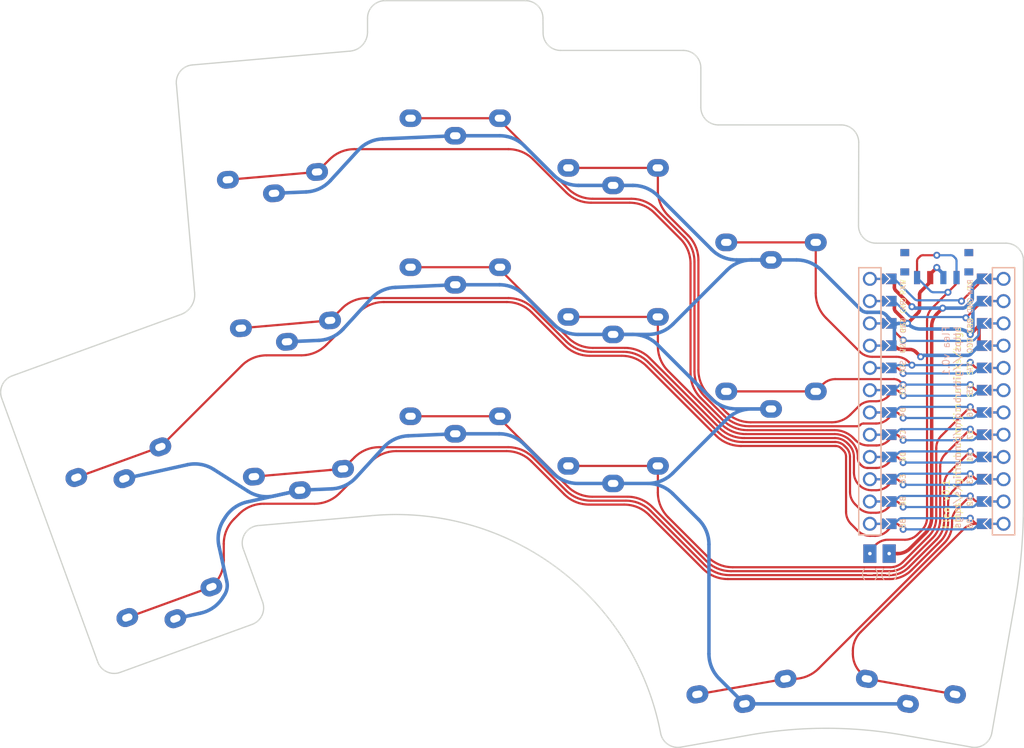
<source format=kicad_pcb>
(kicad_pcb (version 20210925) (generator pcbnew)
  (title_block (title "Flea") (date "2021-10-28") (rev "0.1") (company "jmnw"))
  (layers (0 "F.Cu" signal) (31 "B.Cu" signal) (34 "B.Paste" user) (35 "F.Paste" user) (36 "B.SilkS" user "B.Silkscreen") (37 "F.SilkS" user "F.Silkscreen") (38 "B.Mask" user) (39 "F.Mask" user) (44 "Edge.Cuts" user))
  (net 0 "")
  (net 1 "unconnected-(PSW1-Pad3)")
  (net 2 "switch1")
  (net 3 "switch2")
  (net 4 "switch3")
  (net 5 "switch4")
  (net 6 "switch5")
  (net 7 "switch6")
  (net 8 "switch7")
  (net 9 "switch8")
  (net 10 "switch9")
  (net 11 "switch10")
  (net 12 "switch11")
  (net 13 "switch12")
  (net 14 "switch13")
  (net 15 "switch14")
  (net 16 "switch15")
  (net 17 "unconnected-(U1-Pad22)")
  (net 18 "unconnected-(U1-Pad2)")
  (net 19 "unconnected-(U1-Pad1)")
  (net 20 "GND")
  (net 21 "VCC")
  (net 22 "Net-(BT1-Pad2)")
  (net 23 "raw")
  (net 24 "unconnected-(U1-Pad20)")
  (footprint "bugs:Choc_reversible" (layer "F.Cu") (at 43.227347 95.400626 20)
    (fp_text reference "SW5" hide)
    (fp_text value "SW_PUSH" hide)
  )
  (footprint "bugs:Choc_reversible" (layer "F.Cu") (at 61.791142 62.512256 5)
    (fp_text reference "SW1" hide)
    (fp_text value "SW_PUSH" hide)
  )
  (footprint "bugs:Choc_reversible" (layer "F.Cu") (at 82.967106 55.921249)
    (fp_text reference "SW2" hide)
    (fp_text value "SW_PUSH" hide)
  )
  (footprint "bugs:Choc_reversible" (layer "F.Cu") (at 100.96676 61.58759)
    (fp_text reference "SW3" hide)
    (fp_text value "SW_PUSH" hide)
  )
  (footprint "bugs:Choc_reversible" (layer "F.Cu") (at 118.966764 70.087595)
    (fp_text reference "SW4" hide)
    (fp_text value "SW_PUSH" hide)
  )
  (footprint "bugs:Choc_reversible" (layer "F.Cu") (at 49.041694 111.375396 20)
    (fp_text reference "SW10" hide)
    (fp_text value "SW_PUSH" hide)
  )
  (footprint "bugs:Choc_reversible" (layer "F.Cu") (at 63.272787 79.447574 5)
    (fp_text reference "SW6" hide)
    (fp_text value "SW_PUSH" hide)
  )
  (footprint "bugs:Choc_reversible" (layer "F.Cu") (at 82.967105 72.921243)
    (fp_text reference "SW7" hide)
    (fp_text value "SW_PUSH" hide)
  )
  (footprint "bugs:Choc_reversible" (layer "F.Cu") (at 100.966769 78.587591)
    (fp_text reference "SW8" hide)
    (fp_text value "SW_PUSH" hide)
  )
  (footprint "bugs:Choc_reversible" (layer "F.Cu") (at 118.966768 87.087589)
    (fp_text reference "SW9" hide)
    (fp_text value "SW_PUSH" hide)
  )
  (footprint "bugs:Choc_reversible" (layer "F.Cu") (at 64.754436 96.382878 5)
    (fp_text reference "SW11" hide)
    (fp_text value "SW_PUSH" hide)
  )
  (footprint "bugs:Choc_reversible" (layer "F.Cu") (at 82.9671 89.921255)
    (fp_text reference "SW12" hide)
    (fp_text value "SW_PUSH" hide)
  )
  (footprint "bugs:Choc_reversible" (layer "F.Cu") (at 100.96677 95.587592)
    (fp_text reference "SW13" hide)
    (fp_text value "SW_PUSH" hide)
  )
  (footprint "bugs:Choc_reversible" (layer "F.Cu") (at 114.918689 120.821188 10)
    (fp_text reference "SW14" hide)
    (fp_text value "SW_PUSH" hide)
  )
  (footprint "bugs:Choc_reversible" (layer "F.Cu") (at 135.597122 120.821342 -10)
    (fp_text reference "SW15" hide)
    (fp_text value "SW_PUSH" hide)
  )
  (footprint "bugs:Battery_pads_reversible" (layer "F.Cu") (at 131.338512 109.491136 180)
    (fp_text reference "BT1" hide)
    (fp_text value "Battery_Cell")
  )
  (footprint "bugs:ProMicro_jumpers" (layer "F.Cu") (at 137.85677 92.117593)
    (fp_text reference "U1" hide)
    (fp_text value "ProMicro")
  )
  (footprint "bugs:Power_reversible" (layer "F.Cu") (at 137.865245 76.254403 180)
    (fp_text reference "PSW1" hide)
    (fp_text value "SW_SPDT")
  )
  (footprint "kbd:thread_m2" (layer "B.Cu") (at 60.883629 97.298008 -170)
    (fp_text reference "Ref**" hide)
    (fp_text value "Val**" hide)
  )
  (gr_line (start 147.747178 76.077192) (end 147.749256 103.754181) (layer "Edge.Cuts") (width 0.15))
  (gr_arc (start 90.967358 48.411064) (end 92.967358 48.411063) (angle -90) (layer "Edge.Cuts") (width 0.15))
  (gr_line (start 32.460178 89.20989) (end 51.698026 82.207748) (layer "Edge.Cuts") (width 0.15))
  (gr_arc (start 74.967354 48.411069) (end 74.967353 46.411069) (angle -90) (layer "Edge.Cuts") (width 0.15))
  (gr_line (start 31.264832 91.773313) (end 42.209651 121.843944) (layer "Edge.Cuts") (width 0.15))
  (gr_arc (start 130.941303 72.077188) (end 128.941306 72.07719) (angle -90) (layer "Edge.Cuts") (width 0.15))
  (gr_line (start 110.966787 54.088034) (end 110.967178 58.587188) (layer "Edge.Cuts") (width 0.15))
  (gr_line (start 133.947659 130.176564) (end 141.826123 131.565744) (layer "Edge.Cuts") (width 0.15))
  (gr_line (start 108.689942 131.565986) (end 116.568399 130.176802) (layer "Edge.Cuts") (width 0.15))
  (gr_arc (start 53.167635 55.737651) (end 52.993326 53.745266) (angle -90) (layer "Edge.Cuts") (width 0.15))
  (gr_arc (start 70.784999 49.993054) (end 70.975227 52.16736) (angle -84.99985992) (layer "Edge.Cuts") (width 0.15))
  (gr_arc (start 108.342642 129.596367) (end 106.373027 129.943665) (angle -90) (layer "Edge.Cuts") (width 0.15))
  (gr_arc (start 60.673589 108.274936) (end 60.518025 106.290257) (angle -105.5192513) (layer "Edge.Cuts") (width 0.15))
  (gr_line (start 60.518025 106.290257) (end 73.552042 105.149929) (layer "Edge.Cuts") (width 0.15))
  (gr_arc (start 33.144216 91.089274) (end 32.460178 89.20989) (angle -90) (layer "Edge.Cuts") (width 0.15))
  (gr_line (start 112.967179 60.587188) (end 126.966962 60.58741) (layer "Edge.Cuts") (width 0.15))
  (gr_arc (start 142.173419 129.596128) (end 141.826123 131.565744) (angle -90) (layer "Edge.Cuts") (width 0.15))
  (gr_line (start 144.143032 129.943424) (end 146.748563 115.17185) (layer "Edge.Cuts") (width 0.15))
  (gr_arc (start 125.258705 179.453893) (end 133.947659 130.176564) (angle -20.00164516) (layer "Edge.Cuts") (width 0.15))
  (gr_line (start 130.941304 74.077179) (end 145.747175 74.077192) (layer "Edge.Cuts") (width 0.15))
  (gr_arc (start 126.966958 62.587404) (end 128.966964 62.587405) (angle -90) (layer "Edge.Cuts") (width 0.15))
  (gr_arc (start 44.089034 121.159907) (end 42.209651 121.843944) (angle -90) (layer "Edge.Cuts") (width 0.15))
  (gr_arc (start 112.967177 58.587189) (end 110.967178 58.587188) (angle -90) (layer "Edge.Cuts") (width 0.15))
  (gr_line (start 94.981842 52.08814) (end 108.966789 52.088035) (layer "Edge.Cuts") (width 0.15))
  (gr_arc (start 145.747173 76.077189) (end 147.747178 76.077192) (angle -90) (layer "Edge.Cuts") (width 0.15))
  (gr_arc (start 94.981842 50.088139) (end 92.981845 50.08814) (angle -90) (layer "Edge.Cuts") (width 0.15))
  (gr_line (start 53.253324 79.711739) (end 51.175248 55.911961) (layer "Edge.Cuts") (width 0.15))
  (gr_arc (start 50.882457 79.966988) (end 51.698026 82.207748) (angle -76.14476749) (layer "Edge.Cuts") (width 0.15))
  (gr_arc (start 59.124579 115.687279) (end 59.808617 117.566666) (angle -90) (layer "Edge.Cuts") (width 0.15))
  (gr_line (start 72.96735 48.411067) (end 72.967612 49.993053) (layer "Edge.Cuts") (width 0.15))
  (gr_line (start 74.967353 46.411069) (end 90.967361 46.411066) (layer "Edge.Cuts") (width 0.15))
  (gr_line (start 58.802893 108.955851) (end 61.003968 115.003239) (layer "Edge.Cuts") (width 0.15))
  (gr_line (start 52.993326 53.745266) (end 70.975227 52.16736) (layer "Edge.Cuts") (width 0.15))
  (gr_arc (start 81.880446 103.733849) (end 146.748563 115.17185) (angle -9.982315587) (layer "Edge.Cuts") (width 0.15))
  (gr_arc (start 76.227246 135.729039) (end 106.373027 129.943665) (angle -84.13604418) (layer "Edge.Cuts") (width 0.15))
  (gr_arc (start 108.966787 54.088035) (end 110.966787 54.088034) (angle -90) (layer "Edge.Cuts") (width 0.15))
  (gr_line (start 128.966964 62.587405) (end 128.941306 72.07719) (layer "Edge.Cuts") (width 0.15))
  (gr_line (start 44.773073 123.039293) (end 59.808617 117.566666) (layer "Edge.Cuts") (width 0.15))
  (gr_line (start 92.967358 48.411063) (end 92.981845 50.08814) (layer "Edge.Cuts") (width 0.15))
  (gr_text "Flea v0.1\nhttps://github.com/jimmerricks/bugs" (at 139.565609 83.492438 90) (layer "B.SilkS") (effects (font (size 0.8 0.8) (thickness 0.1)) (justify left mirror)))
  (gr_text "Flea v0.1\nhttps://github.com/jimmerricks/bugs" (at 139.565612 106.712435 90) (layer "F.SilkS") (effects (font (size 0.8 0.8) (thickness 0.1)) (justify left)))
  (segment (start 135.615249 76.131368) (end 135.615247 78.004405) (width 0.25) (layer "F.Cu") (net 1))
  (segment (start 135.938663 75.600849) (end 135.761694 75.777813) (width 0.25) (layer "F.Cu") (net 1))
  (segment (start 137.865244 75.454404) (end 136.292214 75.454401) (width 0.25) (layer "F.Cu") (net 1))
  (via (at 137.865244 75.454404) (size 0.8) (drill 0.4) (layers "F.Cu" "B.Cu") (net 1))
  (arc (start 135.615249 76.131368) (mid 135.653311 75.940026) (end 135.761694 75.777813) (width 0.25) (layer "F.Cu") (net 1))
  (arc (start 136.292214 75.454401) (mid 136.10087 75.492461) (end 135.938663 75.600849) (width 0.25) (layer "F.Cu") (net 1))
  (segment (start 140.115246 76.118538) (end 140.115249 78.004403) (width 0.25) (layer "B.Cu") (net 1))
  (segment (start 139.80467 75.600851) (end 139.968799 75.764985) (width 0.25) (layer "B.Cu") (net 1))
  (segment (start 137.865244 75.454404) (end 139.451116 75.454408) (width 0.25) (layer "B.Cu") (net 1))
  (arc (start 140.115246 76.118538) (mid 140.077192 75.9272) (end 139.968799 75.764985) (width 0.25) (layer "B.Cu") (net 1))
  (arc (start 139.80467 75.600851) (mid 139.642456 75.492467) (end 139.451116 75.454408) (width 0.25) (layer "B.Cu") (net 1))
  (segment (start 133.030769 95.927598) (end 133.188663 95.927595) (width 0.25) (layer "F.Cu") (net 2))
  (segment (start 133.54222 96.074037) (end 134.030761 96.562588) (width 0.25) (layer "F.Cu") (net 2))
  (segment (start 95.622331 68.289206) (end 91.855956 64.522832) (width 0.25) (layer "F.Cu") (net 2))
  (segment (start 102.85705 69.46078) (end 98.450757 69.460779) (width 0.25) (layer "F.Cu") (net 2))
  (segment (start 128.614313 96.565472) (end 128.337819 96.288978) (width 0.25) (layer "F.Cu") (net 2))
  (segment (start 108.619487 73.566364) (end 105.685476 70.632353) (width 0.25) (layer "F.Cu") (net 2))
  (segment (start 113.456131 94.238725) (end 110.962633 91.745226) (width 0.25) (layer "F.Cu") (net 2))
  (segment (start 130.978678 97.151259) (end 130.028527 97.151259) (width 0.25) (layer "F.Cu") (net 2))
  (segment (start 126.216499 95.410299) (end 116.284559 95.410298) (width 0.25) (layer "F.Cu") (net 2))
  (segment (start 68.641733 64.52283) (end 67.211642 65.952922) (width 0.25) (layer "F.Cu") (net 2))
  (segment (start 89.027529 63.351259) (end 71.470161 63.351257) (width 0.25) (layer "F.Cu") (net 2))
  (segment (start 133.030769 95.927595) (end 132.392891 96.565473) (width 0.25) (layer "F.Cu") (net 2))
  (segment (start 109.791061 88.916799) (end 109.79106 76.394791) (width 0.25) (layer "F.Cu") (net 2))
  (segment (start 57.050457 66.841911) (end 67.211643 65.952922) (width 0.25) (layer "F.Cu") (net 2))
  (via (at 134.030761 96.562588) (size 0.8) (drill 0.4) (layers "F.Cu" "B.Cu") (net 2))
  (arc (start 108.619487 73.566364) (mid 109.486578 74.864057) (end 109.79106 76.394791) (width 0.25) (layer "F.Cu") (net 2))
  (arc (start 116.284559 95.410298) (mid 114.753825 95.105816) (end 113.456131 94.238725) (width 0.25) (layer "F.Cu") (net 2))
  (arc (start 71.470161 63.351257) (mid 69.939427 63.655739) (end 68.641733 64.52283) (width 0.25) (layer "F.Cu") (net 2))
  (arc (start 130.978678 97.151259) (mid 131.744045 96.999018) (end 132.392891 96.565473) (width 0.25) (layer "F.Cu") (net 2))
  (arc (start 98.450757 69.460779) (mid 96.920024 69.156297) (end 95.622331 68.289206) (width 0.25) (layer "F.Cu") (net 2))
  (arc (start 133.188663 95.927595) (mid 133.380008 95.965652) (end 133.54222 96.074037) (width 0.25) (layer "F.Cu") (net 2))
  (arc (start 128.337819 96.288978) (mid 127.364549 95.63866) (end 126.216499 95.410299) (width 0.25) (layer "F.Cu") (net 2))
  (arc (start 110.962633 91.745226) (mid 110.095542 90.447533) (end 109.791061 88.916799) (width 0.25) (layer "F.Cu") (net 2))
  (arc (start 102.85705 69.46078) (mid 104.387783 69.765262) (end 105.685476 70.632353) (width 0.25) (layer "F.Cu") (net 2))
  (arc (start 128.614313 96.565472) (mid 129.26316 96.999018) (end 130.028527 97.151259) (width 0.25) (layer "F.Cu") (net 2))
  (arc (start 89.027529 63.351259) (mid 90.558263 63.655741) (end 91.855956 64.522832) (width 0.25) (layer "F.Cu") (net 2))
  (segment (start 142.194217 96.41614) (end 142.682766 95.927591) (width 0.25) (layer "B.Cu") (net 2))
  (segment (start 134.030761 96.562588) (end 141.840655 96.562588) (width 0.25) (layer "B.Cu") (net 2))
  (arc (start 142.194217 96.41614) (mid 142.032009 96.524533) (end 141.840655 96.562588) (width 0.25) (layer "B.Cu") (net 2))
  (segment (start 133.542215 93.534039) (end 134.030766 94.022592) (width 0.25) (layer "F.Cu") (net 3))
  (segment (start 88.213553 60.24471) (end 95.808529 67.839685) (width 0.25) (layer "F.Cu") (net 3))
  (segment (start 105.871675 70.182832) (end 109.069007 73.380165) (width 0.25) (layer "F.Cu") (net 3))
  (segment (start 88.067106 59.82125) (end 88.067106 59.891156) (width 0.25) (layer "F.Cu") (net 3))
  (segment (start 129.509452 94.649759) (end 130.940175 94.64976) (width 0.25) (layer "F.Cu") (net 3))
  (segment (start 129.137775 94.81433) (end 129.155897 94.796208) (width 0.25) (layer "F.Cu") (net 3))
  (segment (start 132.354391 94.063973) (end 133.030771 93.387593) (width 0.25) (layer "F.Cu") (net 3))
  (segment (start 77.867105 59.821249) (end 88.067106 59.82125) (width 0.25) (layer "F.Cu") (net 3))
  (segment (start 110.24058 76.208592) (end 110.240581 88.730602) (width 0.25) (layer "F.Cu") (net 3))
  (segment (start 111.412154 91.559029) (end 113.64233 93.789205) (width 0.25) (layer "F.Cu") (net 3))
  (segment (start 98.636955 69.011258) (end 103.043248 69.011259) (width 0.25) (layer "F.Cu") (net 3))
  (segment (start 133.030766 93.38759) (end 133.188659 93.387591) (width 0.25) (layer "F.Cu") (net 3))
  (segment (start 116.470757 94.960778) (end 128.784219 94.960779) (width 0.25) (layer "F.Cu") (net 3))
  (via (at 134.030766 94.022592) (size 0.8) (drill 0.4) (layers "F.Cu" "B.Cu") (net 3))
  (arc (start 110.24058 76.208592) (mid 109.936098 74.677858) (end 109.069007 73.380165) (width 0.25) (layer "F.Cu") (net 3))
  (arc (start 111.412154 91.559029) (mid 110.545063 90.261336) (end 110.240581 88.730602) (width 0.25) (layer "F.Cu") (net 3))
  (arc (start 129.509452 94.649759) (mid 129.318109 94.68782) (end 129.155897 94.796208) (width 0.25) (layer "F.Cu") (net 3))
  (arc (start 133.188659 93.387591) (mid 133.380004 93.425653) (end 133.542215 93.534039) (width 0.25) (layer "F.Cu") (net 3))
  (arc (start 116.470757 94.960778) (mid 114.940023 94.656296) (end 113.64233 93.789205) (width 0.25) (layer "F.Cu") (net 3))
  (arc (start 132.354391 94.063973) (mid 131.705543 94.497519) (end 130.940175 94.64976) (width 0.25) (layer "F.Cu") (net 3))
  (arc (start 88.067106 59.891156) (mid 88.105166 60.082498) (end 88.213553 60.24471) (width 0.25) (layer "F.Cu") (net 3))
  (arc (start 98.636955 69.011258) (mid 97.106222 68.706776) (end 95.808529 67.839685) (width 0.25) (layer "F.Cu") (net 3))
  (arc (start 128.784219 94.960779) (mid 128.975562 94.922718) (end 129.137775 94.81433) (width 0.25) (layer "F.Cu") (net 3))
  (arc (start 103.043248 69.011259) (mid 104.573982 69.315741) (end 105.871675 70.182832) (width 0.25) (layer "F.Cu") (net 3))
  (segment (start 142.194211 93.876143) (end 142.682766 93.387594) (width 0.25) (layer "B.Cu") (net 3))
  (segment (start 134.030766 94.022592) (end 141.840658 94.022593) (width 0.25) (layer "B.Cu") (net 3))
  (arc (start 141.840658 94.022593) (mid 142.032002 93.984531) (end 142.194211 93.876143) (width 0.25) (layer "B.Cu") (net 3))
  (segment (start 125.897461 94.511258) (end 116.656955 94.511259) (width 0.25) (layer "F.Cu") (net 4))
  (segment (start 133.030768 90.84759) (end 133.188663 90.847591) (width 0.25) (layer "F.Cu") (net 4))
  (segment (start 133.542215 90.99404) (end 134.030765 91.482598) (width 0.25) (layer "F.Cu") (net 4))
  (segment (start 128.954316 92.697045) (end 128.01878 93.63258) (width 0.25) (layer "F.Cu") (net 4))
  (segment (start 109.518529 73.193968) (end 107.238333 70.913772) (width 0.25) (layer "F.Cu") (net 4))
  (segment (start 130.938677 92.111259) (end 130.368529 92.111259) (width 0.25) (layer "F.Cu") (net 4))
  (segment (start 133.03077 90.847593) (end 132.352891 91.525472) (width 0.25) (layer "F.Cu") (net 4))
  (segment (start 110.690101 88.544404) (end 110.690101 76.022395) (width 0.25) (layer "F.Cu") (net 4))
  (segment (start 113.828528 93.339685) (end 111.861674 91.372831) (width 0.25) (layer "F.Cu") (net 4))
  (segment (start 106.066761 68.085347) (end 106.06676 65.48759) (width 0.25) (layer "F.Cu") (net 4))
  (segment (start 95.866761 65.487591) (end 106.066762 65.487593) (width 0.25) (layer "F.Cu") (net 4))
  (via (at 134.030765 91.482598) (size 0.8) (drill 0.4) (layers "F.Cu" "B.Cu") (net 4))
  (arc (start 132.352891 91.525472) (mid 131.704044 91.959018) (end 130.938677 92.111259) (width 0.25) (layer "F.Cu") (net 4))
  (arc (start 125.897461 94.511258) (mid 127.04551 94.282897) (end 128.01878 93.63258) (width 0.25) (layer "F.Cu") (net 4))
  (arc (start 133.188663 90.847591) (mid 133.380002 90.885652) (end 133.542215 90.99404) (width 0.25) (layer "F.Cu") (net 4))
  (arc (start 106.066761 68.085347) (mid 106.371243 69.616079) (end 107.238333 70.913772) (width 0.25) (layer "F.Cu") (net 4))
  (arc (start 111.861674 91.372831) (mid 110.994583 90.075138) (end 110.690101 88.544404) (width 0.25) (layer "F.Cu") (net 4))
  (arc (start 116.656955 94.511259) (mid 115.126221 94.206777) (end 113.828528 93.339685) (width 0.25) (layer "F.Cu") (net 4))
  (arc (start 109.518529 73.193968) (mid 110.38562 74.491661) (end 110.690101 76.022395) (width 0.25) (layer "F.Cu") (net 4))
  (arc (start 130.368529 92.111259) (mid 129.603162 92.2635) (end 128.954316 92.697045) (width 0.25) (layer "F.Cu") (net 4))
  (segment (start 134.030765 91.482598) (end 141.840658 91.482592) (width 0.25) (layer "B.Cu") (net 4))
  (segment (start 142.194213 91.336147) (end 142.682767 90.84759) (width 0.25) (layer "B.Cu") (net 4))
  (arc (start 141.840658 91.482592) (mid 142.031999 91.444532) (end 142.194213 91.336147) (width 0.25) (layer "B.Cu") (net 4))
  (segment (start 134.664057 87.62338) (end 135.03077 87.990093) (width 0.25) (layer "F.Cu") (net 5))
  (segment (start 124.066761 79.781145) (end 124.066761 73.987593) (width 0.25) (layer "F.Cu") (net 5))
  (segment (start 129.080571 86.451807) (end 125.238335 82.609573) (width 0.25) (layer "F.Cu") (net 5))
  (segment (start 142.171316 88.161144) (end 141.68277 87.672595) (width 0.25) (layer "F.Cu") (net 5))
  (segment (start 142.682766 88.307595) (end 142.524873 88.307592) (width 0.25) (layer "F.Cu") (net 5))
  (segment (start 113.866765 73.987591) (end 124.066764 73.987593) (width 0.25) (layer "F.Cu") (net 5))
  (segment (start 130.494784 87.037593) (end 133.249843 87.037593) (width 0.25) (layer "F.Cu") (net 5))
  (via (at 135.03077 87.990093) (size 0.8) (drill 0.4) (layers "F.Cu" "B.Cu") (net 5))
  (via (at 141.68277 87.672595) (size 0.8) (drill 0.4) (layers "F.Cu" "B.Cu") (net 5))
  (arc (start 134.664057 87.62338) (mid 134.01521 87.189834) (end 133.249843 87.037593) (width 0.25) (layer "F.Cu") (net 5))
  (arc (start 124.066761 79.781145) (mid 124.371243 81.311879) (end 125.238335 82.609573) (width 0.25) (layer "F.Cu") (net 5))
  (arc (start 129.080571 86.451807) (mid 129.729417 86.885352) (end 130.494784 87.037593) (width 0.25) (layer "F.Cu") (net 5))
  (arc (start 142.524873 88.307592) (mid 142.333528 88.26953) (end 142.171316 88.161144) (width 0.25) (layer "F.Cu") (net 5))
  (segment (start 133.201821 88.136543) (end 133.030766 88.307593) (width 0.25) (layer "B.Cu") (net 5))
  (segment (start 141.158163 87.990095) (end 135.03077 87.990091) (width 0.25) (layer "B.Cu") (net 5))
  (segment (start 141.68277 87.672595) (end 141.511716 87.843646) (width 0.25) (layer "B.Cu") (net 5))
  (segment (start 135.03077 87.990091) (end 133.555372 87.990093) (width 0.25) (layer "B.Cu") (net 5))
  (arc (start 141.511716 87.843646) (mid 141.349501 87.952036) (end 141.158163 87.990095) (width 0.25) (layer "B.Cu") (net 5))
  (arc (start 133.555372 87.990093) (mid 133.364034 88.028152) (end 133.201821 88.136543) (width 0.25) (layer "B.Cu") (net 5))
  (segment (start 91.669756 81.962351) (end 95.456133 85.748726) (width 0.25) (layer "F.Cu") (net 6))
  (segment (start 133.542216 106.234035) (end 134.030763 106.722592) (width 0.25) (layer "F.Cu") (net 6))
  (segment (start 68.251675 85.699685) (end 71.989007 81.962352) (width 0.25) (layer "F.Cu") (net 6))
  (segment (start 133.030762 106.087587) (end 133.188661 106.087594) (width 0.25) (layer "F.Cu") (net 6))
  (segment (start 104.766407 88.091871) (end 112.711342 96.036804) (width 0.25) (layer "F.Cu") (net 6))
  (segment (start 130.264705 107.457436) (end 130.832499 107.457436) (width 0.25) (layer "F.Cu") (net 6))
  (segment (start 132.246714 106.871649) (end 133.030769 106.087594) (width 0.25) (layer "F.Cu") (net 6))
  (segment (start 127.521541 98.429785) (end 127.521542 104.714272) (width 0.25) (layer "F.Cu") (net 6))
  (segment (start 39.768792 100.80973) (end 49.353657 97.321124) (width 0.25) (layer "F.Cu") (net 6))
  (segment (start 98.284557 86.920298) (end 101.937981 86.920299) (width 0.25) (layer "F.Cu") (net 6))
  (segment (start 128.107329 106.128486) (end 128.850493 106.87165) (width 0.25) (layer "F.Cu") (net 6))
  (segment (start 127.007239 97.50127) (end 127.228647 97.722677) (width 0.25) (layer "F.Cu") (net 6))
  (segment (start 115.539769 97.208377) (end 126.300134 97.208378) (width 0.25) (layer "F.Cu") (net 6))
  (segment (start 61.460378 86.871258) (end 65.423247 86.871259) (width 0.25) (layer "F.Cu") (net 6))
  (segment (start 74.817435 80.790779) (end 88.84133 80.790779) (width 0.25) (layer "F.Cu") (net 6))
  (segment (start 49.353657 97.321123) (end 58.63195 88.042831) (width 0.25) (layer "F.Cu") (net 6))
  (via (at 134.030763 106.722592) (size 0.8) (drill 0.4) (layers "F.Cu" "B.Cu") (net 6))
  (arc (start 58.63195 88.042831) (mid 59.929644 87.17574) (end 61.460378 86.871258) (width 0.25) (layer "F.Cu") (net 6))
  (arc (start 74.817435 80.790779) (mid 73.286701 81.095261) (end 71.989007 81.962352) (width 0.25) (layer "F.Cu") (net 6))
  (arc (start 130.832499 107.457436) (mid 131.597867 107.305195) (end 132.246714 106.871649) (width 0.25) (layer "F.Cu") (net 6))
  (arc (start 88.84133 80.790779) (mid 90.372063 81.095261) (end 91.669756 81.962351) (width 0.25) (layer "F.Cu") (net 6))
  (arc (start 128.107329 106.128486) (mid 127.673783 105.479639) (end 127.521542 104.714272) (width 0.25) (layer "F.Cu") (net 6))
  (arc (start 95.456133 85.748726) (mid 96.753825 86.615816) (end 98.284557 86.920298) (width 0.25) (layer "F.Cu") (net 6))
  (arc (start 112.711342 96.036804) (mid 114.009035 96.903895) (end 115.539769 97.208377) (width 0.25) (layer "F.Cu") (net 6))
  (arc (start 104.766407 88.091871) (mid 103.468714 87.22478) (end 101.937981 86.920299) (width 0.25) (layer "F.Cu") (net 6))
  (arc (start 127.521541 98.429785) (mid 127.44542 98.047101) (end 127.228647 97.722677) (width 0.25) (layer "F.Cu") (net 6))
  (arc (start 68.251675 85.699685) (mid 66.953981 86.566776) (end 65.423247 86.871259) (width 0.25) (layer "F.Cu") (net 6))
  (arc (start 126.300134 97.208378) (mid 126.682816 97.284498) (end 127.007239 97.50127) (width 0.25) (layer "F.Cu") (net 6))
  (arc (start 128.850493 106.87165) (mid 129.499339 107.305195) (end 130.264705 107.457436) (width 0.25) (layer "F.Cu") (net 6))
  (arc (start 133.542216 106.234035) (mid 133.380004 106.125652) (end 133.188661 106.087594) (width 0.25) (layer "F.Cu") (net 6))
  (segment (start 134.030763 106.722592) (end 141.84066 106.722596) (width 0.25) (layer "B.Cu") (net 6))
  (segment (start 142.194209 106.576145) (end 142.682762 106.087588) (width 0.25) (layer "B.Cu") (net 6))
  (arc (start 141.84066 106.722596) (mid 142.032001 106.684532) (end 142.194209 106.576145) (width 0.25) (layer "B.Cu") (net 6))
  (segment (start 127.531722 97.390032) (end 127.339888 97.198198) (width 0.25) (layer "F.Cu") (net 7))
  (segment (start 133.030771 103.547593) (end 132.332892 104.245473) (width 0.25) (layer "F.Cu") (net 7))
  (segment (start 95.64233 85.299206) (end 91.855955 81.512832) (width 0.25) (layer "F.Cu") (net 7))
  (segment (start 126.279228 96.758858) (end 115.725966 96.758858) (width 0.25) (layer "F.Cu") (net 7))
  (segment (start 89.027528 80.34126) (end 72.897119 80.341259) (width 0.25) (layer "F.Cu") (net 7))
  (segment (start 128.944315 104.245473) (end 128.556847 103.858005) (width 0.25) (layer "F.Cu") (net 7))
  (segment (start 70.068693 81.51283) (end 68.693284 82.888238) (width 0.25) (layer "F.Cu") (net 7))
  (segment (start 102.124179 86.470779) (end 98.470756 86.470778) (width 0.25) (layer "F.Cu") (net 7))
  (segment (start 112.897539 95.587285) (end 104.952605 87.642352) (width 0.25) (layer "F.Cu") (net 7))
  (segment (start 130.918679 104.83126) (end 130.35853 104.83126) (width 0.25) (layer "F.Cu") (net 7))
  (segment (start 127.971062 102.443792) (end 127.971062 98.450692) (width 0.25) (layer "F.Cu") (net 7))
  (segment (start 133.030765 103.547592) (end 133.188657 103.547589) (width 0.25) (layer "F.Cu") (net 7))
  (segment (start 58.5321 83.777227) (end 68.693286 82.888239) (width 0.25) (layer "F.Cu") (net 7))
  (segment (start 133.542211 103.694038) (end 134.030765 104.182594) (width 0.25) (layer "F.Cu") (net 7))
  (via (at 134.030765 104.182594) (size 0.8) (drill 0.4) (layers "F.Cu" "B.Cu") (net 7))
  (arc (start 133.188657 103.547589) (mid 133.380002 103.585648) (end 133.542211 103.694038) (width 0.25) (layer "F.Cu") (net 7))
  (arc (start 89.027528 80.34126) (mid 90.558261 80.645742) (end 91.855955 81.512832) (width 0.25) (layer "F.Cu") (net 7))
  (arc (start 127.339888 97.198198) (mid 126.853253 96.873039) (end 126.279228 96.758858) (width 0.25) (layer "F.Cu") (net 7))
  (arc (start 128.944315 104.245473) (mid 129.593162 104.679019) (end 130.35853 104.83126) (width 0.25) (layer "F.Cu") (net 7))
  (arc (start 98.470756 86.470778) (mid 96.940023 86.166296) (end 95.64233 85.299206) (width 0.25) (layer "F.Cu") (net 7))
  (arc (start 115.725966 96.758858) (mid 114.195232 96.454376) (end 112.897539 95.587285) (width 0.25) (layer "F.Cu") (net 7))
  (arc (start 127.531722 97.390032) (mid 127.856881 97.876667) (end 127.971062 98.450692) (width 0.25) (layer "F.Cu") (net 7))
  (arc (start 128.556847 103.858005) (mid 128.123302 103.209158) (end 127.971062 102.443792) (width 0.25) (layer "F.Cu") (net 7))
  (arc (start 72.897119 80.341259) (mid 71.366386 80.64574) (end 70.068693 81.51283) (width 0.25) (layer "F.Cu") (net 7))
  (arc (start 132.332892 104.245473) (mid 131.684046 104.679019) (end 130.918679 104.83126) (width 0.25) (layer "F.Cu") (net 7))
  (arc (start 102.124179 86.470779) (mid 103.654912 86.775261) (end 104.952605 87.642352) (width 0.25) (layer "F.Cu") (net 7))
  (segment (start 134.030765 104.182594) (end 141.840659 104.182596) (width 0.25) (layer "B.Cu") (net 7))
  (segment (start 142.194217 104.036145) (end 142.682767 103.54759) (width 0.25) (layer "B.Cu") (net 7))
  (arc (start 141.840659 104.182596) (mid 142.032003 104.144536) (end 142.194217 104.036145) (width 0.25) (layer "B.Cu") (net 7))
  (segment (start 113.083739 95.137766) (end 105.138805 87.192832) (width 0.25) (layer "F.Cu") (net 8))
  (segment (start 130.948678 102.261258) (end 130.438527 102.261258) (width 0.25) (layer "F.Cu") (net 8))
  (segment (start 102.310378 86.021259) (end 98.656956 86.021259) (width 0.25) (layer "F.Cu") (net 8))
  (segment (start 127.834795 97.05739) (end 127.672532 96.895126) (width 0.25) (layer "F.Cu") (net 8))
  (segment (start 88.067104 76.881154) (end 88.067104 76.821244) (width 0.25) (layer "F.Cu") (net 8))
  (segment (start 133.030763 101.007589) (end 133.188661 101.007589) (width 0.25) (layer "F.Cu") (net 8))
  (segment (start 133.54221 101.154037) (end 134.030767 101.642589) (width 0.25) (layer "F.Cu") (net 8))
  (segment (start 129.024311 101.67547) (end 129.006366 101.657525) (width 0.25) (layer "F.Cu") (net 8))
  (segment (start 95.828529 84.849686) (end 88.21355 77.234707) (width 0.25) (layer "F.Cu") (net 8))
  (segment (start 133.03077 101.007594) (end 132.36289 101.675473) (width 0.25) (layer "F.Cu") (net 8))
  (segment (start 77.867104 76.821245) (end 88.067104 76.821244) (width 0.25) (layer "F.Cu") (net 8))
  (segment (start 126.258317 96.309339) (end 115.912166 96.309339) (width 0.25) (layer "F.Cu") (net 8))
  (segment (start 128.420581 100.243313) (end 128.420581 98.471603) (width 0.25) (layer "F.Cu") (net 8))
  (via (at 134.030767 101.642589) (size 0.8) (drill 0.4) (layers "F.Cu" "B.Cu") (net 8))
  (arc (start 98.656956 86.021259) (mid 97.126222 85.716777) (end 95.828529 84.849686) (width 0.25) (layer "F.Cu") (net 8))
  (arc (start 128.420581 100.243313) (mid 128.572822 101.008679) (end 129.006366 101.657525) (width 0.25) (layer "F.Cu") (net 8))
  (arc (start 127.834795 97.05739) (mid 128.26834 97.706236) (end 128.420581 98.471603) (width 0.25) (layer "F.Cu") (net 8))
  (arc (start 130.438527 102.261258) (mid 129.673159 102.109017) (end 129.024311 101.67547) (width 0.25) (layer "F.Cu") (net 8))
  (arc (start 113.083739 95.137766) (mid 114.381432 96.004857) (end 115.912166 96.309339) (width 0.25) (layer "F.Cu") (net 8))
  (arc (start 88.21355 77.234707) (mid 88.105164 77.072495) (end 88.067104 76.881154) (width 0.25) (layer "F.Cu") (net 8))
  (arc (start 132.36289 101.675473) (mid 131.714044 102.109018) (end 130.948678 102.261258) (width 0.25) (layer "F.Cu") (net 8))
  (arc (start 127.672532 96.895126) (mid 127.023685 96.46158) (end 126.258317 96.309339) (width 0.25) (layer "F.Cu") (net 8))
  (arc (start 133.188661 101.007589) (mid 133.380002 101.04565) (end 133.54221 101.154037) (width 0.25) (layer "F.Cu") (net 8))
  (arc (start 102.310378 86.021259) (mid 103.841112 86.325741) (end 105.138805 87.192832) (width 0.25) (layer "F.Cu") (net 8))
  (segment (start 134.030767 101.642589) (end 141.84066 101.642592) (width 0.25) (layer "B.Cu") (net 8))
  (segment (start 142.194212 101.496147) (end 142.682767 101.007591) (width 0.25) (layer "B.Cu") (net 8))
  (arc (start 141.84066 101.642592) (mid 142.032001 101.604532) (end 142.194212 101.496147) (width 0.25) (layer "B.Cu") (net 8))
  (segment (start 128.005175 96.592051) (end 128.137866 96.724742) (width 0.25) (layer "F.Cu") (net 9))
  (segment (start 95.866772 82.487591) (end 106.066771 82.48759) (width 0.25) (layer "F.Cu") (net 9))
  (segment (start 116.098363 95.85982) (end 126.237409 95.859819) (width 0.25) (layer "F.Cu") (net 9))
  (segment (start 107.238343 88.656653) (end 113.269936 94.688247) (width 0.25) (layer "F.Cu") (net 9))
  (segment (start 128.8701 98.492512) (end 128.8701 98.617045) (width 0.25) (layer "F.Cu") (net 9))
  (segment (start 106.06677 82.487589) (end 106.06677 85.828226) (width 0.25) (layer "F.Cu") (net 9))
  (segment (start 129.974315 99.72126) (end 130.948678 99.721259) (width 0.25) (layer "F.Cu") (net 9))
  (segment (start 133.542215 98.614038) (end 134.030763 99.102592) (width 0.25) (layer "F.Cu") (net 9))
  (segment (start 129.162993 99.324152) (end 129.267207 99.428366) (width 0.25) (layer "F.Cu") (net 9))
  (segment (start 133.030767 98.467593) (end 133.188658 98.467597) (width 0.25) (layer "F.Cu") (net 9))
  (segment (start 132.36289 99.135472) (end 133.030769 98.467593) (width 0.25) (layer "F.Cu") (net 9))
  (via (at 134.030763 99.102592) (size 0.8) (drill 0.4) (layers "F.Cu" "B.Cu") (net 9))
  (arc (start 133.188658 98.467597) (mid 133.38 98.505654) (end 133.542215 98.614038) (width 0.25) (layer "F.Cu") (net 9))
  (arc (start 126.237409 95.859819) (mid 127.194117 96.05012) (end 128.005175 96.592051) (width 0.25) (layer "F.Cu") (net 9))
  (arc (start 129.974315 99.72126) (mid 129.591631 99.64514) (end 129.267207 99.428366) (width 0.25) (layer "F.Cu") (net 9))
  (arc (start 107.238343 88.656653) (mid 106.371252 87.35896) (end 106.06677 85.828226) (width 0.25) (layer "F.Cu") (net 9))
  (arc (start 132.36289 99.135472) (mid 131.714044 99.569017) (end 130.948678 99.721259) (width 0.25) (layer "F.Cu") (net 9))
  (arc (start 128.8701 98.492512) (mid 128.679799 97.535802) (end 128.137866 96.724742) (width 0.25) (layer "F.Cu") (net 9))
  (arc (start 116.098363 95.85982) (mid 114.567629 95.555338) (end 113.269936 94.688247) (width 0.25) (layer "F.Cu") (net 9))
  (arc (start 129.162993 99.324152) (mid 128.94622 98.999729) (end 128.8701 98.617045) (width 0.25) (layer "F.Cu") (net 9))
  (segment (start 142.194213 98.956148) (end 142.682764 98.467591) (width 0.25) (layer "B.Cu") (net 9))
  (segment (start 134.030763 99.102592) (end 141.840664 99.102594) (width 0.25) (layer "B.Cu") (net 9))
  (arc (start 142.194213 98.956148) (mid 142.032002 99.064529) (end 141.840664 99.102594) (width 0.25) (layer "B.Cu") (net 9))
  (segment (start 124.066768 90.98759) (end 124.881579 90.172781) (width 0.25) (layer "F.Cu") (net 10))
  (segment (start 142.171319 90.701142) (end 141.682769 90.212587) (width 0.25) (layer "F.Cu") (net 10))
  (segment (start 133.698068 89.879892) (end 134.03077 90.212596) (width 0.25) (layer "F.Cu") (net 10))
  (segment (start 126.295791 89.586996) (end 132.990959 89.586996) (width 0.25) (layer "F.Cu") (net 10))
  (segment (start 142.682767 90.84759) (end 142.524872 90.847592) (width 0.25) (layer "F.Cu") (net 10))
  (segment (start 113.866769 90.98759) (end 124.066768 90.987588) (width 0.25) (layer "F.Cu") (net 10))
  (via (at 141.682769 90.212587) (size 0.8) (drill 0.4) (layers "F.Cu" "B.Cu") (net 10))
  (via (at 134.03077 90.212596) (size 0.8) (drill 0.4) (layers "F.Cu" "B.Cu") (net 10))
  (arc (start 142.524872 90.847592) (mid 142.333531 90.809532) (end 142.171319 90.701142) (width 0.25) (layer "F.Cu") (net 10))
  (arc (start 124.881579 90.172781) (mid 125.530425 89.739237) (end 126.295791 89.586996) (width 0.25) (layer "F.Cu") (net 10))
  (arc (start 133.698068 89.879892) (mid 133.373644 89.663118) (end 132.990959 89.586996) (width 0.25) (layer "F.Cu") (net 10))
  (segment (start 141.682769 90.212587) (end 134.030165 90.21259) (width 0.25) (layer "B.Cu") (net 10))
  (segment (start 133.519326 90.359038) (end 133.030765 90.847595) (width 0.25) (layer "B.Cu") (net 10))
  (segment (start 134.030165 90.21259) (end 133.872879 90.212586) (width 0.25) (layer "B.Cu") (net 10))
  (arc (start 133.519326 90.359038) (mid 133.681535 90.250653) (end 133.872879 90.212586) (width 0.25) (layer "B.Cu") (net 10))
  (segment (start 141.682767 100.372591) (end 139.738667 102.316691) (width 0.25) (layer "F.Cu") (net 11))
  (segment (start 66.923249 103.801258) (end 61.155596 103.801258) (width 0.25) (layer "F.Cu") (net 11))
  (segment (start 111.211388 111.223981) (end 105.059278 105.071871) (width 0.25) (layer "F.Cu") (net 11))
  (segment (start 55.40853 113.055369) (end 55.168005 113.295894) (width 0.25) (layer "F.Cu") (net 11))
  (segment (start 45.58314 116.7845) (end 55.168005 113.295894) (width 0.25) (layer "F.Cu") (net 11))
  (segment (start 132.514601 112.395557) (end 114.039817 112.395557) (width 0.25) (layer "F.Cu") (net 11))
  (segment (start 139.152881 103.730903) (end 139.15288 105.964385) (width 0.25) (layer "F.Cu") (net 11))
  (segment (start 88.821332 97.800778) (end 76.237436 97.800779) (width 0.25) (layer "F.Cu") (net 11))
  (segment (start 73.409009 98.972352) (end 69.751675 102.629685) (width 0.25) (layer "F.Cu") (net 11))
  (segment (start 142.171324 100.861149) (end 141.682767 100.372591) (width 0.25) (layer "F.Cu") (net 11))
  (segment (start 114.039817 112.395557) (end 114.039814 112.395554) (width 0.25) (layer "F.Cu") (net 11))
  (segment (start 95.406134 102.728726) (end 91.649759 98.972351) (width 0.25) (layer "F.Cu") (net 11))
  (segment (start 56.5801 108.376755) (end 56.580101 110.226943) (width 0.25) (layer "F.Cu") (net 11))
  (segment (start 138.274201 108.085704) (end 134.989475 111.370431) (width 0.25) (layer "F.Cu") (net 11))
  (segment (start 142.682767 101.007591) (end 142.524872 101.007595) (width 0.25) (layer "F.Cu") (net 11))
  (segment (start 58.327169 104.972831) (end 57.751673 105.548327) (width 0.25) (layer "F.Cu") (net 11))
  (segment (start 102.230852 103.900299) (end 98.234561 103.900299) (width 0.25) (layer "F.Cu") (net 11))
  (via (at 141.682767 100.372591) (size 0.8) (drill 0.4) (layers "F.Cu" "B.Cu") (net 11))
  (arc (start 134.989475 111.370431) (mid 133.853993 112.129136) (end 132.514601 112.395557) (width 0.25) (layer "F.Cu") (net 11))
  (arc (start 114.039814 112.395554) (mid 112.509081 112.091072) (end 111.211388 111.223981) (width 0.25) (layer "F.Cu") (net 11))
  (arc (start 69.751675 102.629685) (mid 68.453982 103.496776) (end 66.923249 103.801258) (width 0.25) (layer "F.Cu") (net 11))
  (arc (start 91.649759 98.972351) (mid 90.352066 98.10526) (end 88.821332 97.800778) (width 0.25) (layer "F.Cu") (net 11))
  (arc (start 56.580101 110.226943) (mid 56.27562 111.757676) (end 55.40853 113.055369) (width 0.25) (layer "F.Cu") (net 11))
  (arc (start 61.155596 103.801258) (mid 59.624862 104.10574) (end 58.327169 104.972831) (width 0.25) (layer "F.Cu") (net 11))
  (arc (start 139.152881 103.730903) (mid 139.305122 102.965537) (end 139.738667 102.316691) (width 0.25) (layer "F.Cu") (net 11))
  (arc (start 105.059278 105.071871) (mid 103.761585 104.20478) (end 102.230852 103.900299) (width 0.25) (layer "F.Cu") (net 11))
  (arc (start 142.524872 101.007595) (mid 142.333533 100.969535) (end 142.171324 100.861149) (width 0.25) (layer "F.Cu") (net 11))
  (arc (start 76.237436 97.800779) (mid 74.706702 98.105261) (end 73.409009 98.972352) (width 0.25) (layer "F.Cu") (net 11))
  (arc (start 57.751673 105.548327) (mid 56.884582 106.846021) (end 56.5801 108.376755) (width 0.25) (layer "F.Cu") (net 11))
  (arc (start 98.234561 103.900299) (mid 96.703827 103.595817) (end 95.406134 102.728726) (width 0.25) (layer "F.Cu") (net 11))
  (arc (start 139.15288 105.964385) (mid 138.924519 107.112434) (end 138.274201 108.085704) (width 0.25) (layer "F.Cu") (net 11))
  (segment (start 133.519319 100.519037) (end 133.030763 101.007589) (width 0.25) (layer "B.Cu") (net 11))
  (segment (start 141.682767 100.372591) (end 133.872872 100.372592) (width 0.25) (layer "B.Cu") (net 11))
  (arc (start 133.519319 100.519037) (mid 133.681529 100.410652) (end 133.872872 100.372592) (width 0.25) (layer "B.Cu") (net 11))
  (segment (start 105.245475 104.622351) (end 111.397585 110.774462) (width 0.25) (layer "F.Cu") (net 12))
  (segment (start 98.420761 103.450779) (end 102.417047 103.450778) (width 0.25) (layer "F.Cu") (net 12))
  (segment (start 142.17132 98.321143) (end 141.682764 97.832591) (width 0.25) (layer "F.Cu") (net 12))
  (segment (start 71.204398 98.79408) (end 71.475647 98.522831) (width 0.25) (layer "F.Cu") (net 12))
  (segment (start 138.703361 105.778189) (end 138.703363 101.64042) (width 0.25) (layer "F.Cu") (net 12))
  (segment (start 139.289149 100.226208) (end 141.682764 97.832591) (width 0.25) (layer "F.Cu") (net 12))
  (segment (start 114.226012 111.946035) (end 132.535516 111.946033) (width 0.25) (layer "F.Cu") (net 12))
  (segment (start 74.304073 97.351259) (end 89.007529 97.351259) (width 0.25) (layer "F.Cu") (net 12))
  (segment (start 60.01375 100.712531) (end 68.724595 99.95043) (width 0.25) (layer "F.Cu") (net 12))
  (segment (start 91.835956 98.522831) (end 95.592333 102.279207) (width 0.25) (layer "F.Cu") (net 12))
  (segment (start 134.656837 111.067353) (end 137.824682 107.899508) (width 0.25) (layer "F.Cu") (net 12))
  (segment (start 142.682764 98.467591) (end 142.52487 98.467593) (width 0.25) (layer "F.Cu") (net 12))
  (via (at 141.682764 97.832591) (size 0.8) (drill 0.4) (layers "F.Cu" "B.Cu") (net 12))
  (arc (start 105.245475 104.622351) (mid 103.947781 103.75526) (end 102.417047 103.450778) (width 0.25) (layer "F.Cu") (net 12))
  (arc (start 71.204398 98.79408) (mid 70.066444 99.590883) (end 68.724595 99.95043) (width 0.25) (layer "F.Cu") (net 12))
  (arc (start 74.304073 97.351259) (mid 72.77334 97.655741) (end 71.475647 98.522831) (width 0.25) (layer "F.Cu") (net 12))
  (arc (start 91.835956 98.522831) (mid 90.538263 97.65574) (end 89.007529 97.351259) (width 0.25) (layer "F.Cu") (net 12))
  (arc (start 114.226012 111.946035) (mid 112.695278 111.641553) (end 111.397585 110.774462) (width 0.25) (layer "F.Cu") (net 12))
  (arc (start 142.52487 98.467593) (mid 142.333532 98.42953) (end 142.17132 98.321143) (width 0.25) (layer "F.Cu") (net 12))
  (arc (start 132.535516 111.946033) (mid 133.683567 111.717671) (end 134.656837 111.067353) (width 0.25) (layer "F.Cu") (net 12))
  (arc (start 137.824682 107.899508) (mid 138.475 106.926239) (end 138.703361 105.778189) (width 0.25) (layer "F.Cu") (net 12))
  (arc (start 95.592333 102.279207) (mid 96.890027 103.146298) (end 98.420761 103.450779) (width 0.25) (layer "F.Cu") (net 12))
  (arc (start 139.289149 100.226208) (mid 138.855604 100.875054) (end 138.703363 101.64042) (width 0.25) (layer "F.Cu") (net 12))
  (segment (start 133.519322 97.979041) (end 133.030767 98.467593) (width 0.25) (layer "B.Cu") (net 12))
  (segment (start 141.682764 97.832591) (end 133.872875 97.832592) (width 0.25) (layer "B.Cu") (net 12))
  (arc (start 133.519322 97.979041) (mid 133.681535 97.870652) (end 133.872875 97.832592) (width 0.25) (layer "B.Cu") (net 12))
  (segment (start 105.431676 104.172831) (end 111.583784 110.324942) (width 0.25) (layer "F.Cu") (net 13))
  (segment (start 134.32419 110.764284) (end 137.375162 107.713313) (width 0.25) (layer "F.Cu") (net 13))
  (segment (start 138.839628 98.135738) (end 141.682772 95.292593) (width 0.25) (layer "F.Cu") (net 13))
  (segment (start 142.682766 95.927591) (end 142.524873 95.927592) (width 0.25) (layer "F.Cu") (net 13))
  (segment (start 114.412212 111.496515) (end 132.556423 111.496517) (width 0.25) (layer "F.Cu") (net 13))
  (segment (start 142.171324 95.781149) (end 141.682772 95.292593) (width 0.25) (layer "F.Cu") (net 13))
  (segment (start 88.0671 93.821256) (end 88.067099 93.911148) (width 0.25) (layer "F.Cu") (net 13))
  (segment (start 88.213546 94.264704) (end 95.778527 101.829686) (width 0.25) (layer "F.Cu") (net 13))
  (segment (start 77.867099 93.821256) (end 88.0671 93.821256) (width 0.25) (layer "F.Cu") (net 13))
  (segment (start 98.606955 103.001259) (end 102.603247 103.001258) (width 0.25) (layer "F.Cu") (net 13))
  (segment (start 138.253842 105.591992) (end 138.253842 99.549951) (width 0.25) (layer "F.Cu") (net 13))
  (via (at 141.682772 95.292593) (size 0.8) (drill 0.4) (layers "F.Cu" "B.Cu") (net 13))
  (arc (start 132.556423 111.496517) (mid 133.513132 111.306216) (end 134.32419 110.764284) (width 0.25) (layer "F.Cu") (net 13))
  (arc (start 138.839628 98.135738) (mid 138.406083 98.784584) (end 138.253842 99.549951) (width 0.25) (layer "F.Cu") (net 13))
  (arc (start 138.253842 105.591992) (mid 138.02548 106.740043) (end 137.375162 107.713313) (width 0.25) (layer "F.Cu") (net 13))
  (arc (start 142.524873 95.927592) (mid 142.333534 95.889529) (end 142.171324 95.781149) (width 0.25) (layer "F.Cu") (net 13))
  (arc (start 114.412212 111.496515) (mid 112.881478 111.192033) (end 111.583784 110.324942) (width 0.25) (layer "F.Cu") (net 13))
  (arc (start 88.213546 94.264704) (mid 88.105159 94.102491) (end 88.067099 93.911148) (width 0.25) (layer "F.Cu") (net 13))
  (arc (start 102.603247 103.001258) (mid 104.133982 103.30574) (end 105.431676 104.172831) (width 0.25) (layer "F.Cu") (net 13))
  (arc (start 95.778527 101.829686) (mid 97.076221 102.696777) (end 98.606955 103.001259) (width 0.25) (layer "F.Cu") (net 13))
  (segment (start 133.519323 95.439038) (end 133.030763 95.927597) (width 0.25) (layer "B.Cu") (net 13))
  (segment (start 141.682772 95.292593) (end 133.872872 95.292595) (width 0.25) (layer "B.Cu") (net 13))
  (arc (start 133.519323 95.439038) (mid 133.68153 95.330655) (end 133.872872 95.292595) (width 0.25) (layer "B.Cu") (net 13))
  (segment (start 111.769984 109.875424) (end 107.238342 105.343783) (width 0.25) (layer "F.Cu") (net 14))
  (segment (start 137.80432 97.459462) (end 137.80432 105.405795) (width 0.25) (layer "F.Cu") (net 14))
  (segment (start 142.17132 93.241144) (end 141.682764 92.752591) (width 0.25) (layer "F.Cu") (net 14))
  (segment (start 106.066769 102.515355) (end 106.066769 99.487593) (width 0.25) (layer "F.Cu") (net 14))
  (segment (start 132.577333 111.046995) (end 114.598411 111.046996) (width 0.25) (layer "F.Cu") (net 14))
  (segment (start 136.92564 107.527116) (end 133.991546 110.461209) (width 0.25) (layer "F.Cu") (net 14))
  (segment (start 95.866769 99.48759) (end 106.066768 99.487591) (width 0.25) (layer "F.Cu") (net 14))
  (segment (start 141.682764 92.752591) (end 138.390106 96.045249) (width 0.25) (layer "F.Cu") (net 14))
  (segment (start 142.682766 93.387594) (end 142.524875 93.387591) (width 0.25) (layer "F.Cu") (net 14))
  (via (at 141.682764 92.752591) (size 0.8) (drill 0.4) (layers "F.Cu" "B.Cu") (net 14))
  (arc (start 106.066769 102.515355) (mid 106.371251 104.046089) (end 107.238342 105.343783) (width 0.25) (layer "F.Cu") (net 14))
  (arc (start 137.80432 97.459462) (mid 137.956561 96.694095) (end 138.390106 96.045249) (width 0.25) (layer "F.Cu") (net 14))
  (arc (start 136.92564 107.527116) (mid 137.575959 106.553846) (end 137.80432 105.405795) (width 0.25) (layer "F.Cu") (net 14))
  (arc (start 142.17132 93.241144) (mid 142.333534 93.34953) (end 142.524875 93.387591) (width 0.25) (layer "F.Cu") (net 14))
  (arc (start 133.991546 110.461209) (mid 133.3427 110.894754) (end 132.577333 111.046995) (width 0.25) (layer "F.Cu") (net 14))
  (arc (start 114.598411 111.046996) (mid 113.067678 110.742514) (end 111.769984 109.875424) (width 0.25) (layer "F.Cu") (net 14))
  (segment (start 133.519321 92.899036) (end 133.030766 93.38759) (width 0.25) (layer "B.Cu") (net 14))
  (segment (start 141.682764 92.752591) (end 133.872873 92.752592) (width 0.25) (layer "B.Cu") (net 14))
  (arc (start 133.519321 92.899036) (mid 133.681532 92.790655) (end 133.872873 92.752592) (width 0.25) (layer "B.Cu") (net 14))
  (segment (start 110.573395 125.547543) (end 120.618432 123.776333) (width 0.25) (layer "F.Cu") (net 15))
  (segment (start 124.390865 122.60476) (end 138.723721 108.271902) (width 0.25) (layer "F.Cu") (net 15))
  (segment (start 142.682767 103.54759) (end 142.524877 103.54759) (width 0.25) (layer "F.Cu") (net 15))
  (segment (start 139.602401 106.150583) (end 139.602401 105.821382) (width 0.25) (layer "F.Cu") (net 15))
  (segment (start 142.171314 103.401143) (end 141.682764 102.912591) (width 0.25) (layer "F.Cu") (net 15))
  (segment (start 140.188187 104.407169) (end 141.682764 102.912591) (width 0.25) (layer "F.Cu") (net 15))
  (segment (start 120.618435 123.776333) (end 121.562435 123.776333) (width 0.25) (layer "F.Cu") (net 15))
  (via (at 141.682764 102.912591) (size 0.8) (drill 0.4) (layers "F.Cu" "B.Cu") (net 15))
  (arc (start 139.602401 105.821382) (mid 139.754642 105.056015) (end 140.188187 104.407169) (width 0.25) (layer "F.Cu") (net 15))
  (arc (start 142.524877 103.54759) (mid 142.333529 103.509532) (end 142.171314 103.401143) (width 0.25) (layer "F.Cu") (net 15))
  (arc (start 139.602401 106.150583) (mid 139.374039 107.298633) (end 138.723721 108.271902) (width 0.25) (layer "F.Cu") (net 15))
  (arc (start 124.390865 122.60476) (mid 123.09317 123.471852) (end 121.562435 123.776333) (width 0.25) (layer "F.Cu") (net 15))
  (segment (start 141.682764 102.912591) (end 133.87288 102.91259) (width 0.25) (layer "B.Cu") (net 15))
  (segment (start 133.519318 103.059038) (end 133.030765 103.547592) (width 0.25) (layer "B.Cu") (net 15))
  (arc (start 133.87288 102.91259) (mid 133.681534 102.950649) (end 133.519318 103.059038) (width 0.25) (layer "B.Cu") (net 15))
  (segment (start 142.682771 106.087594) (end 142.372177 106.087594) (width 0.25) (layer "F.Cu") (net 16))
  (segment (start 140.957964 106.67338) (end 129.178781 118.452562) (width 0.25) (layer "F.Cu") (net 16))
  (segment (start 142.171321 105.941142) (end 141.682766 105.45259) (width 0.25) (layer "F.Cu") (net 16))
  (segment (start 142.682762 106.087588) (end 142.524875 106.087593) (width 0.25) (layer "F.Cu") (net 16))
  (segment (start 128.300101 120.573885) (end 128.300101 120.936575) (width 0.25) (layer "F.Cu") (net 16))
  (segment (start 129.178781 123.057895) (end 129.897374 123.776488) (width 0.25) (layer "F.Cu") (net 16))
  (segment (start 129.897378 123.776487) (end 139.942417 125.5477) (width 0.25) (layer "F.Cu") (net 16))
  (via (at 141.682766 105.45259) (size 0.8) (drill 0.4) (layers "F.Cu" "B.Cu") (net 16))
  (arc (start 142.171321 105.941142) (mid 142.33353 106.049535) (end 142.524875 106.087593) (width 0.25) (layer "F.Cu") (net 16))
  (arc (start 142.372177 106.087594) (mid 141.60681 106.239835) (end 140.957964 106.67338) (width 0.25) (layer "F.Cu") (net 16))
  (arc (start 128.300101 120.573885) (mid 128.528462 119.425833) (end 129.178781 118.452562) (width 0.25) (layer "F.Cu") (net 16))
  (arc (start 129.178781 123.057895) (mid 128.528463 122.084625) (end 128.300101 120.936575) (width 0.25) (layer "F.Cu") (net 16))
  (segment (start 141.682766 105.45259) (end 133.872871 105.452593) (width 0.25) (layer "B.Cu") (net 16))
  (segment (start 133.519321 105.599037) (end 133.030762 106.087587) (width 0.25) (layer "B.Cu") (net 16))
  (arc (start 133.872871 105.452593) (mid 133.681531 105.490653) (end 133.519321 105.599037) (width 0.25) (layer "B.Cu") (net 16))
  (segment (start 133.177216 84.279042) (end 134.030767 85.132593) (width 0.25) (layer "F.Cu") (net 17))
  (segment (start 133.030767 83.227592) (end 133.030767 83.925489) (width 0.25) (layer "F.Cu") (net 17))
  (via (at 134.030767 85.132593) (size 0.8) (drill 0.4) (layers "F.Cu" "B.Cu") (net 17))
  (arc (start 133.177216 84.279042) (mid 133.068831 84.116829) (end 133.030767 83.925489) (width 0.25) (layer "F.Cu") (net 17))
  (segment (start 142.68277 84.349638) (end 142.68277 83.227589) (width 0.25) (layer "B.Cu") (net 17))
  (segment (start 134.030767 85.132593) (end 134.120276 85.2221) (width 0.25) (layer "B.Cu") (net 17))
  (segment (start 134.120276 85.2221) (end 141.810302 85.222102) (width 0.25) (layer "B.Cu") (net 17))
  (segment (start 142.163856 85.075655) (end 142.536319 84.703192) (width 0.25) (layer "B.Cu") (net 17))
  (arc (start 142.536319 84.703192) (mid 142.644706 84.54098) (end 142.68277 84.349638) (width 0.25) (layer "B.Cu") (net 17))
  (arc (start 142.163856 85.075655) (mid 142.001644 85.184042) (end 141.810302 85.222102) (width 0.25) (layer "B.Cu") (net 17))
  (segment (start 142.682765 80.885484) (end 142.682767 80.687595) (width 0.25) (layer "F.Cu") (net 18))
  (segment (start 141.182769 82.592596) (end 142.536323 81.239035) (width 0.25) (layer "F.Cu") (net 18))
  (via (at 141.182769 82.592596) (size 0.8) (drill 0.4) (layers "F.Cu" "B.Cu") (net 18))
  (arc (start 142.682765 80.885484) (mid 142.644706 81.076828) (end 142.536323 81.239035) (width 0.25) (layer "F.Cu") (net 18))
  (segment (start 134.69981 82.356635) (end 133.030768 80.687593) (width 0.25) (layer "B.Cu") (net 18))
  (segment (start 141.093255 82.503081) (end 135.053363 82.503082) (width 0.25) (layer "B.Cu") (net 18))
  (segment (start 141.182769 82.592596) (end 141.093255 82.503081) (width 0.25) (layer "B.Cu") (net 18))
  (arc (start 134.69981 82.356635) (mid 134.862021 82.465024) (end 135.053363 82.503082) (width 0.25) (layer "B.Cu") (net 18))
  (segment (start 142.682768 78.480481) (end 142.682767 78.147594) (width 0.25) (layer "F.Cu") (net 19))
  (segment (start 140.682772 80.687591) (end 142.536323 78.834034) (width 0.25) (layer "F.Cu") (net 19))
  (via (at 140.682772 80.687591) (size 0.8) (drill 0.4) (layers "F.Cu" "B.Cu") (net 19))
  (arc (start 142.682768 78.480481) (mid 142.644709 78.671828) (end 142.536323 78.834034) (width 0.25) (layer "F.Cu") (net 19))
  (segment (start 140.682772 80.687591) (end 140.593256 80.598079) (width 0.25) (layer "B.Cu") (net 19))
  (segment (start 140.593256 80.598079) (end 135.688364 80.598083) (width 0.25) (layer "B.Cu") (net 19))
  (segment (start 135.33481 80.451637) (end 133.030767 78.147592) (width 0.25) (layer "B.Cu") (net 19))
  (arc (start 135.33481 80.451637) (mid 135.497021 80.560023) (end 135.688364 80.598083) (width 0.25) (layer "B.Cu") (net 19))
  (segment (start 142.68277 83.227589) (end 142.682766 83.290485) (width 0.4) (layer "F.Cu") (net 20))
  (segment (start 142.53632 83.644036) (end 141.682766 84.497589) (width 0.4) (layer "F.Cu") (net 20))
  (segment (start 137.2617 77.457958) (end 137.86525 76.854406) (width 0.4) (layer "F.Cu") (net 20))
  (segment (start 133.177215 81.874041) (end 134.530766 83.227592) (width 0.4) (layer "F.Cu") (net 20))
  (segment (start 133.030768 80.687593) (end 133.030768 81.520488) (width 0.4) (layer "F.Cu") (net 20))
  (segment (start 142.68277 83.227589) (end 142.682767 85.76759) (width 0.4) (layer "F.Cu") (net 20))
  (segment (start 135.755492 82.002869) (end 134.530766 83.227592) (width 0.4) (layer "F.Cu") (net 20))
  (segment (start 137.11525 78.004409) (end 137.115248 77.811515) (width 0.4) (layer "F.Cu") (net 20))
  (segment (start 136.968795 78.655567) (end 136.048378 79.575987) (width 0.4) (layer "F.Cu") (net 20))
  (segment (start 135.901934 79.92954) (end 135.901929 81.649318) (width 0.4) (layer "F.Cu") (net 20))
  (segment (start 137.115243 78.004401) (end 137.115243 78.302016) (width 0.4) (layer "F.Cu") (net 20))
  (via (at 134.530766 83.227592) (size 0.8) (drill 0.4) (layers "F.Cu" "B.Cu") (net 20))
  (via (at 141.682766 84.497589) (size 0.8) (drill 0.4) (layers "F.Cu" "B.Cu") (net 20))
  (via (at 137.86525 76.854406) (size 0.8) (drill 0.4) (layers "F.Cu" "B.Cu") (net 20))
  (arc (start 135.755492 82.002869) (mid 135.863874 81.840661) (end 135.901929 81.649318) (width 0.4) (layer "F.Cu") (net 20))
  (arc (start 136.968795 78.655567) (mid 137.077187 78.493356) (end 137.115243 78.302016) (width 0.4) (layer "F.Cu") (net 20))
  (arc (start 136.048378 79.575987) (mid 135.939992 79.7382) (end 135.901934 79.92954) (width 0.4) (layer "F.Cu") (net 20))
  (arc (start 137.115248 77.811515) (mid 137.153306 77.620169) (end 137.2617 77.457958) (width 0.4) (layer "F.Cu") (net 20))
  (arc (start 142.682766 83.290485) (mid 142.64471 83.48183) (end 142.53632 83.644036) (width 0.4) (layer "F.Cu") (net 20))
  (arc (start 133.030768 81.520488) (mid 133.068829 81.711832) (end 133.177215 81.874041) (width 0.4) (layer "F.Cu") (net 20))
  (segment (start 136.004452 83.872848) (end 140.229596 83.872848) (width 0.4) (layer "B.Cu") (net 20))
  (segment (start 133.030768 83.72759) (end 133.030769 85.767591) (width 0.4) (layer "B.Cu") (net 20))
  (segment (start 100.966769 84.48759) (end 104.959519 84.487589) (width 0.4) (layer "B.Cu") (net 20))
  (segment (start 104.939514 101.487594) (end 104.939517 101.487594) (width 0.4) (layer "B.Cu") (net 20))
  (segment (start 134.530766 83.227592) (end 134.590232 83.28706) (width 0.4) (layer "B.Cu") (net 20))
  (segment (start 132.059685 82.256507) (end 133.030771 83.227593) (width 0.4) (layer "B.Cu") (net 20))
  (segment (start 62.305361 68.389805) (end 65.96309 68.230105) (width 0.4) (layer "B.Cu") (net 20))
  (segment (start 115.943213 126.631555) (end 113.061921 123.750262) (width 0.4) (layer "B.Cu") (net 20))
  (segment (start 68.737721 66.936273) (end 71.907744 63.476801) (width 0.4) (layer "B.Cu") (net 20))
  (segment (start 94.122754 100.31602) (end 90.799563 96.992828) (width 0.4) (layer "B.Cu") (net 20))
  (segment (start 77.599915 96.055592) (end 82.967099 95.821255) (width 0.4) (layer "B.Cu") (net 20))
  (segment (start 55.435596 99.885689) (end 59.34197 102.374323) (width 0.4) (layer "B.Cu") (net 20))
  (segment (start 94.162752 83.316016) (end 90.839552 79.992817) (width 0.4) (layer "B.Cu") (net 20))
  (segment (start 134.530766 83.227592) (end 133.530764 83.227591) (width 0.4) (layer "B.Cu") (net 20))
  (segment (start 100.96677 101.487593) (end 104.939514 101.487594) (width 0.4) (layer "B.Cu") (net 20))
  (segment (start 134.530766 83.227592) (end 134.509344 83.227588) (width 0.4) (layer "B.Cu") (net 20))
  (segment (start 116.753228 92.987589) (end 118.966767 92.987589) (width 0.4) (layer "B.Cu") (net 20))
  (segment (start 141.982277 81.595188) (end 141.982278 83.990973) (width 0.4) (layer "B.Cu") (net 20))
  (segment (start 103.19747 84.48759) (end 100.966769 84.48759) (width 0.4) (layer "B.Cu") (net 20))
  (segment (start 129.924561 81.963614) (end 131.352577 81.963613) (width 0.4) (layer "B.Cu") (net 20))
  (segment (start 103.227469 67.48759) (end 100.96676 67.487591) (width 0.4) (layer "B.Cu") (net 20))
  (segment (start 82.967104 78.821245) (end 76.133613 79.119602) (width 0.4) (layer "B.Cu") (net 20))
  (segment (start 116.773221 75.987595) (end 118.966764 75.987595) (width 0.4) (layer "B.Cu") (net 20))
  (segment (start 112.18275 91.816017) (end 106.025898 85.659163) (width 0.4) (layer "B.Cu") (net 20))
  (segment (start 107.767944 102.659167) (end 110.718775 105.609998) (width 0.4) (layer "B.Cu") (net 20))
  (segment (start 115.943216 126.631552) (end 134.572441 126.631554) (width 0.4) (layer "B.Cu") (net 20))
  (segment (start 87.971135 95.821254) (end 82.967099 95.821255) (width 0.4) (layer "B.Cu") (net 20))
  (segment (start 65.618277 102.245161) (end 68.880634 102.102724) (width 0.4) (layer "B.Cu") (net 20))
  (segment (start 142.682767 80.687595) (end 142.128723 81.241633) (width 0.4) (layer "B.Cu") (net 20))
  (segment (start 97.021178 67.48759) (end 100.96676 67.487591) (width 0.4) (layer "B.Cu") (net 20))
  (segment (start 56.566308 105.640519) (end 56.752372 105.348457) (width 0.4) (layer "B.Cu") (net 20))
  (segment (start 74.682375 62.182969) (end 82.967106 61.82125) (width 0.4) (layer "B.Cu") (net 20))
  (segment (start 73.358982 80.413434) (end 70.188948 83.872918) (width 0.4) (layer "B.Cu") (net 20))
  (segment (start 124.705902 77.159168) (end 129.217455 81.670721) (width 0.4) (layer "B.Cu") (net 20))
  (segment (start 138.468804 77.457955) (end 137.86525 76.854406) (width 0.4) (layer "B.Cu") (net 20))
  (segment (start 111.890348 120.921835) (end 111.890348 108.438426) (width 0.4) (layer "B.Cu") (net 20))
  (segment (start 71.655267 100.808891) (end 74.825283 97.349424) (width 0.4) (layer "B.Cu") (net 20))
  (segment (start 56.45795 114.522782) (end 56.663799 114.199664) (width 0.4) (layer "B.Cu") (net 20))
  (segment (start 141.643812 84.458632) (end 141.682766 84.497589) (width 0.4) (layer "B.Cu") (net 20))
  (segment (start 107.767942 100.316021) (end 113.924801 94.159162) (width 0.4) (layer "B.Cu") (net 20))
  (segment (start 134.572441 126.631554) (end 134.572599 126.631707) (width 0.4) (layer "B.Cu") (net 20))
  (segment (start 107.787945 83.316016) (end 113.944794 77.159168) (width 0.4) (layer "B.Cu") (net 20))
  (segment (start 118.966767 92.987589) (end 115.011178 92.98759) (width 0.4) (layer "B.Cu") (net 20))
  (segment (start 112.212756 74.816023) (end 106.055897 68.659163) (width 0.4) (layer "B.Cu") (net 20))
  (segment (start 141.835829 84.344526) (end 141.682766 84.497589) (width 0.4) (layer "B.Cu") (net 20))
  (segment (start 90.869556 62.992822) (end 94.192752 66.316017) (width 0.4) (layer "B.Cu") (net 20))
  (segment (start 118.966764 75.987595) (end 115.041184 75.987596) (width 0.4) (layer "B.Cu") (net 20))
  (segment (start 62.356926 102.905941) (end 65.268654 102.260427) (width 0.4) (layer "B.Cu") (net 20))
  (segment (start 51.059613 116.919582) (end 53.950142 116.278768) (width 0.4) (layer "B.Cu") (net 20))
  (segment (start 100.966769 84.48759) (end 96.991178 84.487589) (width 0.4) (layer "B.Cu") (net 20))
  (segment (start 56.929608 112.692184) (end 56.03469 108.655476) (width 0.4) (layer "B.Cu") (net 20))
  (segment (start 100.96677 101.487593) (end 96.951182 101.487593) (width 0.4) (layer "B.Cu") (net 20))
  (segment (start 45.245266 100.944813) (end 52.42064 99.354071) (width 0.4) (layer "B.Cu") (net 20))
  (segment (start 82.967107 61.821248) (end 88.04113 61.821249) (width 0.4) (layer "B.Cu") (net 20))
  (segment (start 118.966764 75.987595) (end 121.877475 75.987595) (width 0.4) (layer "B.Cu") (net 20))
  (segment (start 67.414316 85.16675) (end 63.787004 85.325121) (width 0.4) (layer "B.Cu") (net 20))
  (segment (start 88.011125 78.821244) (end 82.967104 78.821244) (width 0.4) (layer "B.Cu") (net 20))
  (segment (start 59.260179 103.592472) (end 64.926996 102.33617) (width 0.4) (layer "B.Cu") (net 20))
  (segment (start 138.615255 78.004406) (end 138.615253 77.811509) (width 0.4) (layer "B.Cu") (net 20))
  (arc (start 103.227469 67.48759) (mid 104.758203 67.792072) (end 106.055897 68.659163) (width 0.4) (layer "B.Cu") (net 20))
  (arc (start 142.128723 81.241633) (mid 142.020335 81.403847) (end 141.982277 81.595188) (width 0.4) (layer "B.Cu") (net 20))
  (arc (start 141.982278 83.990973) (mid 141.944217 84.182314) (end 141.835829 84.344526) (width 0.4) (layer "B.Cu") (net 20))
  (arc (start 90.839552 79.992817) (mid 89.541859 79.125726) (end 88.011125 78.821244) (width 0.4) (layer "B.Cu") (net 20))
  (arc (start 132.059685 82.256507) (mid 131.735261 82.039734) (end 131.352577 81.963613) (width 0.4) (layer "B.Cu") (net 20))
  (arc (start 136.004452 83.872848) (mid 135.239083 83.720605) (end 134.590232 83.28706) (width 0.4) (layer "B.Cu") (net 20))
  (arc (start 59.34197 102.374323) (mid 60.796575 102.939988) (end 62.356926 102.905941) (width 0.4) (layer "B.Cu") (net 20))
  (arc (start 113.061921 123.750262) (mid 112.19483 122.452569) (end 111.890348 120.921835) (width 0.4) (layer "B.Cu") (net 20))
  (arc (start 74.682375 62.182969) (mid 73.16638 62.553931) (end 71.907744 63.476801) (width 0.4) (layer "B.Cu") (net 20))
  (arc (start 112.18275 91.816017) (mid 113.480444 92.683108) (end 115.011178 92.98759) (width 0.4) (layer "B.Cu") (net 20))
  (arc (start 96.951182 101.487593) (mid 95.420448 101.183111) (end 94.122754 100.31602) (width 0.4) (layer "B.Cu") (net 20))
  (arc (start 133.030768 83.72759) (mid 133.177214 83.374039) (end 133.530764 83.227591) (width 0.4) (layer "B.Cu") (net 20))
  (arc (start 56.663799 114.199664) (mid 56.946632 113.47236) (end 56.929608 112.692184) (width 0.4) (layer "B.Cu") (net 20))
  (arc (start 104.959519 84.487589) (mid 106.490252 84.183107) (end 107.787945 83.316016) (width 0.4) (layer "B.Cu") (net 20))
  (arc (start 77.599915 96.055592) (mid 76.08392 96.426554) (end 74.825283 97.349424) (width 0.4) (layer "B.Cu") (net 20))
  (arc (start 55.435596 99.885689) (mid 53.980991 99.320024) (end 52.42064 99.354071) (width 0.4) (layer "B.Cu") (net 20))
  (arc (start 115.041184 75.987596) (mid 113.51045 75.683114) (end 112.212756 74.816023) (width 0.4) (layer "B.Cu") (net 20))
  (arc (start 107.767944 102.659167) (mid 106.470251 101.792076) (end 104.939517 101.487594) (width 0.4) (layer "B.Cu") (net 20))
  (arc (start 56.752372 105.348457) (mid 57.831632 104.221048) (end 59.260179 103.592472) (width 0.4) (layer "B.Cu") (net 20))
  (arc (start 113.924801 94.159162) (mid 115.222494 93.292071) (end 116.753228 92.987589) (width 0.4) (layer "B.Cu") (net 20))
  (arc (start 73.358982 80.413434) (mid 74.617618 79.490564) (end 76.133613 79.119602) (width 0.4) (layer "B.Cu") (net 20))
  (arc (start 88.04113 61.821249) (mid 89.571863 62.125731) (end 90.869556 62.992822) (width 0.4) (layer "B.Cu") (net 20))
  (arc (start 53.950142 116.278768) (mid 55.37869 115.650192) (end 56.45795 114.522782) (width 0.4) (layer "B.Cu") (net 20))
  (arc (start 107.767942 100.316021) (mid 106.470248 101.183112) (end 104.939514 101.487594) (width 0.4) (layer "B.Cu") (net 20))
  (arc (start 56.566308 105.640519) (mid 56.000643 107.095125) (end 56.03469 108.655476) (width 0.4) (layer "B.Cu") (net 20))
  (arc (start 141.643812 84.458632) (mid 140.994961 84.025087) (end 140.229596 83.872848) (width 0.4) (layer "B.Cu") (net 20))
  (arc (start 138.468804 77.457955) (mid 138.577189 77.620164) (end 138.615253 77.811509) (width 0.4) (layer "B.Cu") (net 20))
  (arc (start 110.718775 105.609998) (mid 111.585866 106.907692) (end 111.890348 108.438426) (width 0.4) (layer "B.Cu") (net 20))
  (arc (start 87.971135 95.821254) (mid 89.50187 96.125736) (end 90.799563 96.992828) (width 0.4) (layer "B.Cu") (net 20))
  (arc (start 67.414316 85.16675) (mid 68.930312 84.795788) (end 70.188948 83.872918) (width 0.4) (layer "B.Cu") (net 20))
  (arc (start 116.773221 75.987595) (mid 115.242487 76.292077) (end 113.944794 77.159168) (width 0.4) (layer "B.Cu") (net 20))
  (arc (start 97.021178 67.48759) (mid 95.490445 67.183108) (end 94.192752 66.316017) (width 0.4) (layer "B.Cu") (net 20))
  (arc (start 121.877475 75.987595) (mid 123.408209 76.292077) (end 124.705902 77.159168) (width 0.4) (layer "B.Cu") (net 20))
  (arc (start 106.025898 85.659163) (mid 104.728204 84.792072) (end 103.19747 84.48759) (width 0.4) (layer "B.Cu") (net 20))
  (arc (start 65.618277 102.245161) (mid 65.27065 102.275574) (end 64.926996 102.33617) (width 0.4) (layer "B.Cu") (net 20))
  (arc (start 94.162752 83.316016) (mid 95.460445 84.183107) (end 96.991178 84.487589) (width 0.4) (layer "B.Cu") (net 20))
  (arc (start 68.880634 102.102724) (mid 70.39663 101.731762) (end 71.655267 100.808891) (width 0.4) (layer "B.Cu") (net 20))
  (arc (start 129.217455 81.670721) (mid 129.541878 81.887493) (end 129.924561 81.963614) (width 0.4) (layer "B.Cu") (net 20))
  (arc (start 68.737721 66.936273) (mid 67.479085 67.859143) (end 65.96309 68.230105) (width 0.4) (layer "B.Cu") (net 20))
  (segment (start 133.878649 86.201259) (end 134.780224 86.201259) (width 0.4) (layer "F.Cu") (net 21))
  (segment (start 133.030766 85.767591) (end 133.030764 85.830481) (width 0.4) (layer "F.Cu") (net 21))
  (segment (start 135.48733 86.494152) (end 136.03077 87.037591) (width 0.4) (layer "F.Cu") (net 21))
  (segment (start 133.030769 85.767593) (end 133.171542 85.908366) (width 0.4) (layer "F.Cu") (net 21))
  (via (at 136.03077 87.037591) (size 0.8) (drill 0.4) (layers "F.Cu" "B.Cu") (net 21))
  (arc (start 133.878649 86.201259) (mid 133.495966 86.125139) (end 133.171542 85.908366) (width 0.4) (layer "F.Cu") (net 21))
  (arc (start 135.48733 86.494152) (mid 135.162907 86.27738) (end 134.780224 86.201259) (width 0.4) (layer "F.Cu") (net 21))
  (segment (start 142.682767 85.76759) (end 141.723726 86.726635) (width 0.4) (layer "B.Cu") (net 21))
  (segment (start 141.370167 86.87308) (end 136.402387 86.873081) (width 0.4) (layer "B.Cu") (net 21))
  (segment (start 136.048833 87.019528) (end 136.03077 87.037591) (width 0.4) (layer "B.Cu") (net 21))
  (arc (start 136.048833 87.019528) (mid 136.211045 86.911141) (end 136.402387 86.873081) (width 0.4) (layer "B.Cu") (net 21))
  (arc (start 141.723726 86.726635) (mid 141.56151 86.835023) (end 141.370167 86.87308) (width 0.4) (layer "B.Cu") (net 21))
  (segment (start 132.314227 107.906956) (end 134.233803 107.906956) (width 0.25) (layer "F.Cu") (net 22))
  (segment (start 140.115246 78.004403) (end 140.115245 78.492016) (width 0.25) (layer "F.Cu") (net 22))
  (segment (start 139.968799 78.845568) (end 139.136933 79.677436) (width 0.25) (layer "F.Cu") (net 22))
  (segment (start 136.755282 105.385477) (end 136.75528 82.887516) (width 0.25) (layer "F.Cu") (net 22))
  (segment (start 130.384957 109.0078) (end 130.900011 108.492745) (width 0.25) (layer "F.Cu") (net 22))
  (segment (start 130.238511 109.491138) (end 130.238511 109.361352) (width 0.25) (layer "F.Cu") (net 22))
  (segment (start 135.648016 107.32117) (end 136.169495 106.799691) (width 0.25) (layer "F.Cu") (net 22))
  (segment (start 137.341067 81.473302) (end 139.136933 79.677436) (width 0.25) (layer "F.Cu") (net 22))
  (via (at 130.238511 109.491138) (size 0.8) (drill 0.4) (layers "F.Cu" "B.Cu") (net 22))
  (via (at 139.136933 79.677436) (size 0.8) (drill 0.4) (layers "F.Cu" "B.Cu") (net 22))
  (arc (start 137.341067 81.473302) (mid 136.907521 82.122149) (end 136.75528 82.887516) (width 0.25) (layer "F.Cu") (net 22))
  (arc (start 135.648016 107.32117) (mid 134.99917 107.754715) (end 134.233803 107.906956) (width 0.25) (layer "F.Cu") (net 22))
  (arc (start 130.900011 108.492745) (mid 131.548859 108.059198) (end 132.314227 107.906956) (width 0.25) (layer "F.Cu") (net 22))
  (arc (start 130.384957 109.0078) (mid 130.276571 109.170011) (end 130.238511 109.361352) (width 0.25) (layer "F.Cu") (net 22))
  (arc (start 136.169495 106.799691) (mid 136.603041 106.150844) (end 136.755282 105.385477) (width 0.25) (layer "F.Cu") (net 22))
  (arc (start 140.115245 78.492016) (mid 140.077188 78.683357) (end 139.968799 78.845568) (width 0.25) (layer "F.Cu") (net 22))
  (segment (start 135.615243 78.004404) (end 137.141833 79.530989) (width 0.25) (layer "B.Cu") (net 22))
  (segment (start 137.495383 79.677436) (end 139.136933 79.677436) (width 0.25) (layer "B.Cu") (net 22))
  (arc (start 137.141833 79.530989) (mid 137.304041 79.639373) (end 137.495383 79.677436) (width 0.25) (layer "B.Cu") (net 22))
  (segment (start 133.030766 79.115485) (end 133.030767 78.147592) (width 0.4) (layer "F.Cu") (net 23))
  (segment (start 134.805625 108.905347) (end 136.547568 107.163404) (width 0.4) (layer "F.Cu") (net 23))
  (segment (start 137.865588 82.158116) (end 138.536601 81.487103) (width 0.4) (layer "F.Cu") (net 23))
  (segment (start 135.03077 81.322592) (end 133.177215 79.46904) (width 0.4) (layer "F.Cu") (net 23))
  (segment (start 132.438512 109.491133) (end 133.391409 109.491134) (width 0.4) (layer "F.Cu") (net 23))
  (segment (start 137.279801 105.395637) (end 137.279801 83.57233) (width 0.4) (layer "F.Cu") (net 23))
  (via (at 138.536601 81.487103) (size 0.8) (drill 0.4) (layers "F.Cu" "B.Cu") (net 23))
  (via (at 135.03077 81.322592) (size 0.8) (drill 0.4) (layers "F.Cu" "B.Cu") (net 23))
  (via (at 132.438512 109.491133) (size 0.8) (drill 0.4) (layers "F.Cu" "B.Cu") (net 23))
  (arc (start 134.805625 108.905347) (mid 134.156777 109.338893) (end 133.391409 109.491134) (width 0.4) (layer "F.Cu") (net 23))
  (arc (start 137.279801 105.395637) (mid 137.0895 106.352346) (end 136.547568 107.163404) (width 0.4) (layer "F.Cu") (net 23))
  (arc (start 137.279801 83.57233) (mid 137.432042 82.806963) (end 137.865588 82.158116) (width 0.4) (layer "F.Cu") (net 23))
  (arc (start 133.030766 79.115485) (mid 133.068824 79.30683) (end 133.177215 79.46904) (width 0.4) (layer "F.Cu") (net 23))
  (segment (start 141.16544 81.340658) (end 141.770227 80.73587) (width 0.4) (layer "B.Cu") (net 23))
  (segment (start 140.811888 81.487106) (end 138.536602 81.487106) (width 0.4) (layer "B.Cu") (net 23))
  (segment (start 141.916666 80.382322) (end 141.916666 79.120801) (width 0.4) (layer "B.Cu") (net 23))
  (segment (start 142.06311 78.767244) (end 142.682767 78.147594) (width 0.4) (layer "B.Cu") (net 23))
  (segment (start 135.048831 81.340658) (end 135.03077 81.322592) (width 0.4) (layer "B.Cu") (net 23))
  (segment (start 138.536601 81.487103) (end 135.402388 81.487102) (width 0.4) (layer "B.Cu") (net 23))
  (arc (start 141.770227 80.73587) (mid 141.878611 80.573661) (end 141.916666 80.382322) (width 0.4) (layer "B.Cu") (net 23))
  (arc (start 141.916666 79.120801) (mid 141.954728 78.929459) (end 142.06311 78.767244) (width 0.4) (layer "B.Cu") (net 23))
  (arc (start 141.16544 81.340658) (mid 141.003228 81.449045) (end 140.811888 81.487106) (width 0.4) (layer "B.Cu") (net 23))
  (arc (start 135.048831 81.340658) (mid 135.211045 81.449044) (end 135.402388 81.487102) (width 0.4) (layer "B.Cu") (net 23))
  (segment (start 133.542207 88.454036) (end 134.030767 88.942592) (width 0.25) (layer "F.Cu") (net 24))
  (segment (start 133.030766 88.307592) (end 133.188662 88.30759) (width 0.25) (layer "F.Cu") (net 24))
  (via (at 134.030767 88.942592) (size 0.8) (drill 0.4) (layers "F.Cu" "B.Cu") (net 24))
  (arc (start 133.542207 88.454036) (mid 133.379998 88.345651) (end 133.188662 88.30759) (width 0.25) (layer "F.Cu") (net 24))
  (segment (start 134.030767 88.942592) (end 141.840661 88.942591) (width 0.25) (layer "B.Cu") (net 24))
  (segment (start 142.194213 88.796146) (end 142.682766 88.307595) (width 0.25) (layer "B.Cu") (net 24))
  (arc (start 141.840661 88.942591) (mid 142.032003 88.904529) (end 142.194213 88.796146) (width 0.25) (layer "B.Cu") (net 24))
)
</source>
